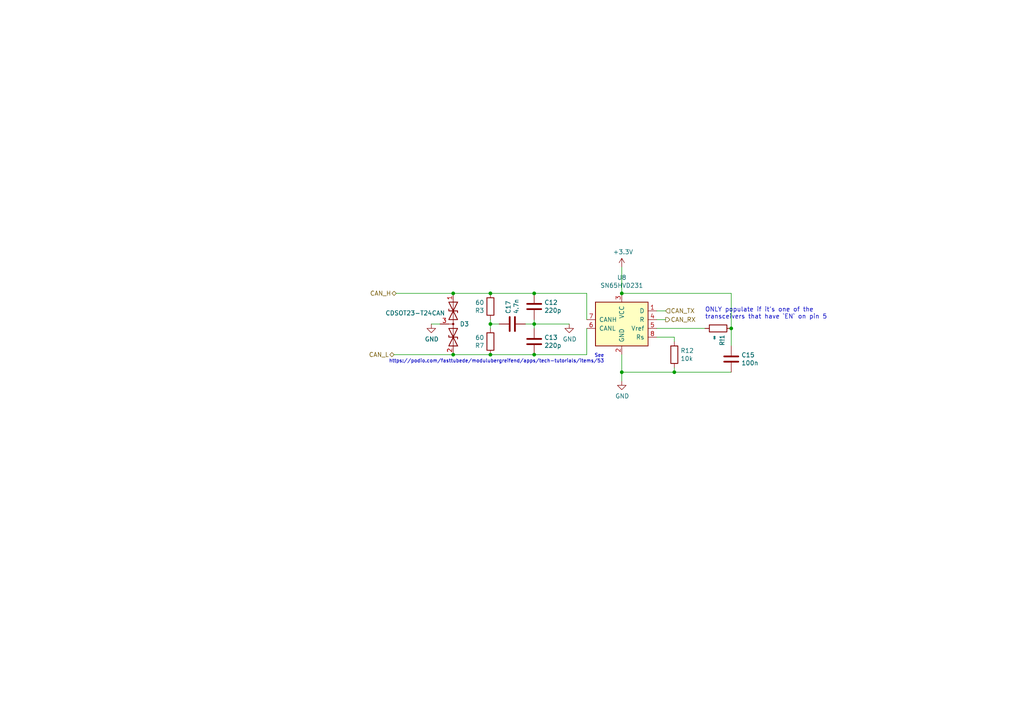
<source format=kicad_sch>
(kicad_sch (version 20211123) (generator eeschema)
  (paper "A4")
  (title_block (title "SDCL - CAN") (date "2021-12-16") (rev "v1.0") (company "FaSTTUBe - Formula Student Team TU Berlin") (comment 1 "Car 113") (comment 2 "EBS Electronics") (comment 3 "CAN Bus input/output stage"))
  (lib_symbols
    (symbol "Device:C" (pin_numbers hide) (pin_names (offset 0.254))
      (property "Reference" "C" (at 0.635 2.54 0))
      (property "Value" "C" (at 0.635 -2.54 0))
      (symbol "C_0_1"
        (polyline (pts (xy -2.032 -0.762) (xy 2.032 -0.762)) (stroke (width 0.508)))
        (polyline (pts (xy -2.032 0.762) (xy 2.032 0.762)) (stroke (width 0.508)))
      )
      (symbol "C_1_1"
        (pin passive line (at 0 3.81 270) (length 2.794) (name "~") (number "1"))
        (pin passive line (at 0 -3.81 90) (length 2.794) (name "~") (number "2"))
      )
    )
    (symbol "Device:D_TVS_Dual_AAC" (pin_names (offset 1.016) hide)
      (property "Reference" "D" (at 0 4.445 0))
      (property "Value" "D_TVS_Dual_AAC" (at 0 2.54 0))
      (symbol "D_TVS_Dual_AAC_0_0"
        (polyline (pts (xy 0 -1.27) (xy 0 0)))
      )
      (symbol "D_TVS_Dual_AAC_0_1"
        (polyline (pts (xy -6.35 0) (xy 6.35 0)))
        (polyline (pts (xy -3.302 1.27) (xy -3.81 1.27) (xy -3.81 -1.27) (xy -4.318 -1.27)) (stroke (width 0.254)))
        (polyline (pts (xy 4.318 1.27) (xy 3.81 1.27) (xy 3.81 -1.27) (xy 3.302 -1.27)) (stroke (width 0.254)))
        (polyline (pts (xy -6.35 1.27) (xy -1.27 -1.27) (xy -1.27 1.27) (xy -6.35 -1.27) (xy -6.35 1.27)) (stroke (width 0.254)))
        (polyline (pts (xy 6.35 1.27) (xy 1.27 -1.27) (xy 1.27 1.27) (xy 6.35 -1.27) (xy 6.35 1.27)) (stroke (width 0.254)))
        (circle (center 0 0) (radius 0.254) (fill (type outline)))
      )
      (symbol "D_TVS_Dual_AAC_1_1"
        (pin passive line (at -8.89 0 0) (length 2.54) (name "A1") (number "1"))
        (pin passive line (at 8.89 0 180) (length 2.54) (name "A2") (number "2"))
        (pin input line (at 0 -3.81 90) (length 2.54) (name "common") (number "3"))
      )
    )
    (symbol "Device:R" (pin_numbers hide) (pin_names (offset 0))
      (property "Reference" "R" (at 2.032 0 90))
      (property "Value" "R" (at 0 0 90))
      (symbol "R_0_1"
        (rectangle (start -1.016 -2.54) (end 1.016 2.54) (stroke (width 0.254)))
      )
      (symbol "R_1_1"
        (pin passive line (at 0 3.81 270) (length 1.27) (name "~") (number "1"))
        (pin passive line (at 0 -3.81 90) (length 1.27) (name "~") (number "2"))
      )
    )
    (symbol "Interface_CAN_LIN:SN65HVD231" (pin_names (offset 1.016))
      (property "Reference" "U" (at -2.54 10.16 0))
      (property "Value" "SN65HVD231" (at -2.54 7.62 0))
      (symbol "SN65HVD231_0_1"
        (rectangle (start -7.62 5.08) (end 7.62 -7.62) (stroke (width 0.254)) (fill (type background)))
      )
      (symbol "SN65HVD231_1_1"
        (pin input line (at -10.16 2.54 0) (length 2.54) (name "D") (number "1"))
        (pin power_in line (at 0 -10.16 90) (length 2.54) (name "GND") (number "2"))
        (pin power_in line (at 0 7.62 270) (length 2.54) (name "VCC") (number "3"))
        (pin output line (at -10.16 0 0) (length 2.54) (name "R") (number "4"))
        (pin output line (at -10.16 -2.54 0) (length 2.54) (name "Vref") (number "5"))
        (pin bidirectional line (at 10.16 -2.54 180) (length 2.54) (name "CANL") (number "6"))
        (pin bidirectional line (at 10.16 0 180) (length 2.54) (name "CANH") (number "7"))
        (pin input line (at -10.16 -5.08 0) (length 2.54) (name "Rs") (number "8"))
      )
    )
    (symbol "power:+3.3V" (power) (pin_names (offset 0))
      (property "Value" "+3.3V" (at 0 3.556 0))
      (symbol "+3.3V_0_1"
        (polyline (pts (xy -0.762 1.27) (xy 0 2.54)))
        (polyline (pts (xy 0 0) (xy 0 2.54)))
        (polyline (pts (xy 0 2.54) (xy 0.762 1.27)))
      )
      (symbol "+3.3V_1_1"
        (pin power_in line (at 0 0 90) (length 0) hide (name "+3.3V") (number "1"))
      )
    )
    (symbol "power:GND" (power) (pin_names (offset 0))
      (property "Value" "GND" (at 0 -3.81 0))
      (symbol "GND_0_1"
        (polyline (pts (xy 0 0) (xy 0 -1.27) (xy 1.27 -1.27) (xy 0 -2.54) (xy -1.27 -1.27) (xy 0 -1.27)))
      )
      (symbol "GND_1_1"
        (pin power_in line (at 0 0 270) (length 0) hide (name "GND") (number "1"))
      )
    )
  )
  (junction (at 131.445 85.09))
  (junction (at 131.445 102.87))
  (junction (at 142.24 93.98))
  (junction (at 154.94 93.98))
  (junction (at 142.24 102.87))
  (junction (at 180.34 85.09))
  (junction (at 142.24 85.09))
  (junction (at 180.34 107.95))
  (junction (at 195.58 107.95))
  (junction (at 212.09 95.25))
  (junction (at 154.94 85.09))
  (junction (at 154.94 102.87))
  (wire (pts (xy 180.34 107.95) (xy 180.34 110.49)))
  (wire (pts (xy 131.445 85.09) (xy 142.24 85.09)))
  (wire (pts (xy 180.34 102.87) (xy 180.34 107.95)))
  (wire (pts (xy 154.94 93.98) (xy 165.1 93.98)))
  (wire (pts (xy 204.47 95.25) (xy 190.5 95.25)))
  (wire (pts (xy 154.94 95.25) (xy 154.94 93.98)))
  (wire (pts (xy 190.5 97.79) (xy 195.58 97.79)))
  (wire (pts (xy 170.18 85.09) (xy 154.94 85.09)))
  (wire (pts (xy 180.34 77.47) (xy 180.34 85.09)))
  (wire (pts (xy 142.24 92.71) (xy 142.24 93.98)))
  (wire (pts (xy 212.09 85.09) (xy 180.34 85.09)))
  (wire (pts (xy 212.09 107.95) (xy 195.58 107.95)))
  (wire (pts (xy 131.445 102.87) (xy 142.24 102.87)))
  (wire (pts (xy 212.09 85.09) (xy 212.09 95.25)))
  (wire (pts (xy 114.3 102.87) (xy 131.445 102.87)))
  (wire (pts (xy 193.04 92.71) (xy 190.5 92.71)))
  (wire (pts (xy 152.4 93.98) (xy 154.94 93.98)))
  (wire (pts (xy 142.24 102.87) (xy 154.94 102.87)))
  (wire (pts (xy 193.04 90.17) (xy 190.5 90.17)))
  (wire (pts (xy 170.18 95.25) (xy 170.18 102.87)))
  (wire (pts (xy 142.24 95.25) (xy 142.24 93.98)))
  (wire (pts (xy 154.94 92.71) (xy 154.94 93.98)))
  (wire (pts (xy 170.18 85.09) (xy 170.18 92.71)))
  (wire (pts (xy 195.58 97.79) (xy 195.58 99.06)))
  (wire (pts (xy 180.34 107.95) (xy 195.58 107.95)))
  (wire (pts (xy 195.58 106.68) (xy 195.58 107.95)))
  (wire (pts (xy 114.935 85.09) (xy 131.445 85.09)))
  (wire (pts (xy 142.24 85.09) (xy 154.94 85.09)))
  (wire (pts (xy 142.24 93.98) (xy 144.78 93.98)))
  (wire (pts (xy 170.18 102.87) (xy 154.94 102.87)))
  (wire (pts (xy 212.09 95.25) (xy 212.09 100.33)))
  (wire (pts (xy 125.095 93.98) (xy 127.635 93.98)))
  (text "ONLY populate if it's one of the\ntransceivers that have `EN` on pin 5" (at 204.47 92.71 0) (effects (font (size 1.27 1.27)) (justify left bottom)))
  (text "See\nhttps://podio.com/fasttubede/modulubergreifend/apps/tech-tutorials/items/53" (at 175.26 105.41 0) (effects (font (size 1 1)) (justify right bottom)))
  (hierarchical_label "CAN_L" (shape bidirectional) (at 114.3 102.87 180))
  (hierarchical_label "CAN_H" (shape bidirectional) (at 114.935 85.09 180))
  (hierarchical_label "CAN_RX" (shape output) (at 193.04 92.71 0))
  (hierarchical_label "CAN_TX" (shape input) (at 193.04 90.17 0))
  (symbol (lib_id "Device:R") (at 195.58 102.87 0) (unit 1)
    (property "Reference" "R12" (at 197.358 101.7016 0) (effects (justify left)))
    (property "Value" "10k" (at 197.358 104.013 0) (effects (justify left)))
    (property "Footprint" "Resistor_SMD:R_0603_1608Metric_Pad1.05x0.95mm_HandSolder" (effects hide))
  )
  (symbol (lib_id "Device:C") (at 212.09 104.14 0) (unit 1)
    (property "Reference" "C15" (at 215.011 102.9716 0) (effects (justify left)))
    (property "Value" "100n" (at 215.011 105.283 0) (effects (justify left)))
    (property "Footprint" "Capacitor_SMD:C_0603_1608Metric_Pad1.05x0.95mm_HandSolder" (effects hide))
  )
  (symbol (lib_id "Device:C") (at 154.94 88.9 0) (unit 1)
    (property "Reference" "C12" (at 157.861 87.7316 0) (effects (justify left)))
    (property "Value" "220p" (at 157.861 90.043 0) (effects (justify left)))
    (property "Footprint" "Capacitor_SMD:C_0603_1608Metric_Pad1.05x0.95mm_HandSolder" (effects hide))
  )
  (symbol (lib_id "Device:C") (at 154.94 99.06 0) (unit 1)
    (property "Reference" "C13" (at 157.861 97.8916 0) (effects (justify left)))
    (property "Value" "220p" (at 157.861 100.203 0) (effects (justify left)))
    (property "Footprint" "Capacitor_SMD:C_0603_1608Metric_Pad1.05x0.95mm_HandSolder" (effects hide))
  )
  (symbol (lib_id "power:GND") (at 165.1 93.98 0) (unit 1)
    (property "Reference" "#PWR0142" (effects hide))
    (property "Value" "GND" (at 165.227 98.3742 0))
  )
  (symbol (lib_id "power:GND") (at 180.34 110.49 0) (unit 1)
    (property "Reference" "#PWR0143" (effects hide))
    (property "Value" "GND" (at 180.467 114.8842 0))
  )
  (symbol (lib_id "power:+3.3V") (at 180.34 77.47 0) (unit 1)
    (property "Reference" "#PWR0156" (effects hide))
    (property "Value" "+3.3V" (at 180.721 73.0758 0))
  )
  (symbol (lib_id "Device:R") (at 208.28 95.25 270) (unit 1)
    (property "Reference" "R!1" (at 209.4484 97.028 0) (effects (justify left)))
    (property "Value" "∞" (at 207.137 97.028 0) (effects (justify left)))
    (property "Footprint" "Resistor_SMD:R_0603_1608Metric_Pad1.05x0.95mm_HandSolder" (effects hide))
  )
  (symbol (lib_id "Interface_CAN_LIN:SN65HVD231") (at 180.34 92.71 0) (mirror y) (unit 1)
    (property "Reference" "U8" (at 180.34 80.4926 0))
    (property "Value" "SN65HVD231" (at 180.34 82.804 0))
    (property "Footprint" "Package_SO:SOIC-8_3.9x4.9mm_P1.27mm" (effects hide))
    (property "Datasheet" "http://www.ti.com/lit/ds/symlink/sn65hvd230.pdf" (effects hide))
  )
  (symbol (lib_id "Device:R") (at 142.24 88.9 180) (unit 1)
    (property "Reference" "R3" (at 140.462 90.0684 0) (effects (justify left)))
    (property "Value" "60" (at 140.462 87.757 0) (effects (justify left)))
    (property "Footprint" "Resistor_SMD:R_0603_1608Metric_Pad1.05x0.95mm_HandSolder" (effects hide))
  )
  (symbol (lib_id "power:GND") (at 125.095 93.98 0) (unit 1)
    (property "Reference" "#PWR05" (effects hide))
    (property "Value" "GND" (at 125.222 98.3742 0))
  )
  (symbol (lib_id "Device:C") (at 148.59 93.98 90) (unit 1)
    (property "Reference" "C17" (at 147.4216 91.059 0) (effects (justify left)))
    (property "Value" "4.7n" (at 149.733 91.059 0) (effects (justify left)))
    (property "Footprint" "Capacitor_SMD:C_0603_1608Metric_Pad1.05x0.95mm_HandSolder" (effects hide))
  )
  (symbol (lib_id "Device:D_TVS_Dual_AAC") (at 131.445 93.98 270) (unit 1)
    (property "Reference" "D3" (at 133.35 93.98 90) (effects (justify left)))
    (property "Value" "CDSOT23-T24CAN" (at 111.76 90.805 90) (effects (justify left)))
    (property "Footprint" "Package_TO_SOT_SMD:SOT-23" (effects hide))
  )
  (symbol (lib_id "Device:R") (at 142.24 99.06 180) (unit 1)
    (property "Reference" "R7" (at 140.462 100.2284 0) (effects (justify left)))
    (property "Value" "60" (at 140.462 97.917 0) (effects (justify left)))
    (property "Footprint" "Resistor_SMD:R_0603_1608Metric_Pad1.05x0.95mm_HandSolder" (effects hide))
  )
)
</source>
